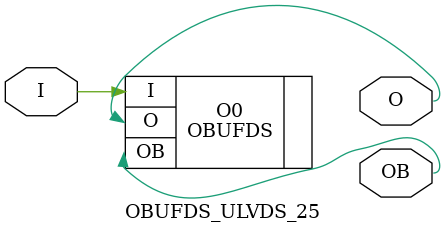
<source format=v>


`timescale  1 ps / 1 ps


module OBUFDS_ULVDS_25 (O, OB, I);

    output O, OB;

    input  I;

	OBUFDS #(.IOSTANDARD("ULVDS_25")) O0 (.O(O), .I(I), .OB(OB));


endmodule



</source>
